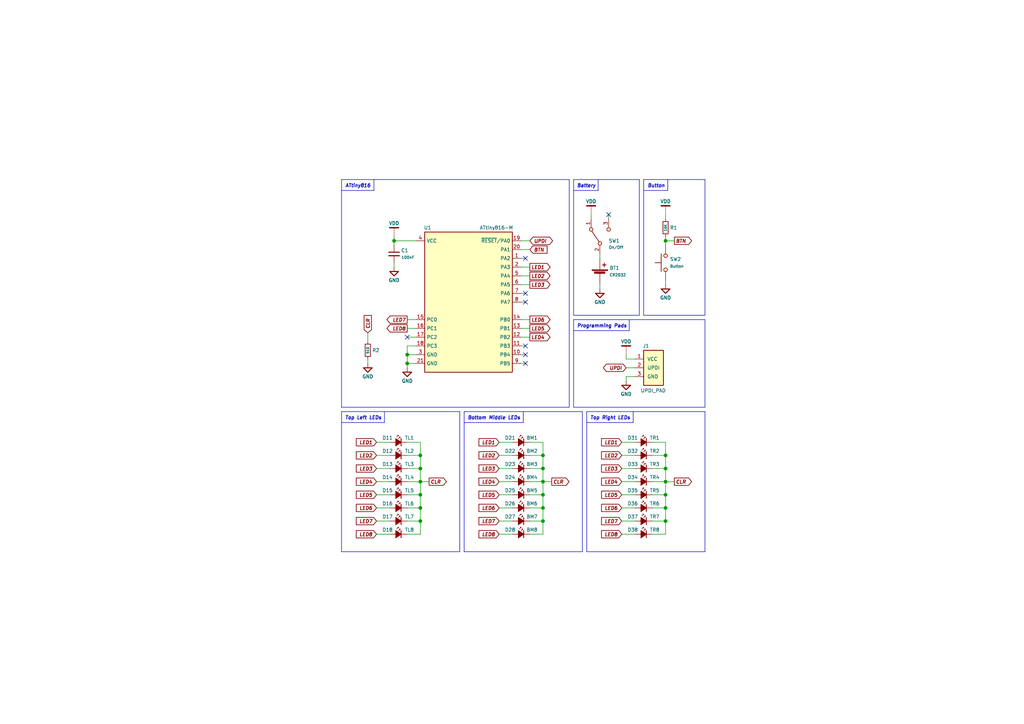
<source format=kicad_sch>
(kicad_sch (version 20210621) (generator eeschema)
  (paper "A4")
  (title_block (title "Flux Condenser") (date "2021-06-24") (rev "3A") (company "Curious Minds Development | Hojadurdy Durdygylyjov") (comment 1 "Mini version of Flux Capacitor from Back to the Future") (comment 2 "CC Attribution-ShareAlike 4.0 International"))
  (lib_symbols
    (symbol "HDLib_Connector:UPDI_PAD" (pin_names (offset 1.016))
      (property "Reference" "J" (at -2.794 6.35 0))
      (property "Value" "UPDI_PAD" (at 0.254 -6.604 0))
      (symbol "UPDI_PAD_0_1"
        (rectangle (start -2.54 5.08) (end 3.175 -5.08) (stroke (width 0.254)) (fill (type background)))
      )
      (symbol "UPDI_PAD_1_1"
        (pin power_in line (at -5.08 2.54 0) (length 2.54) (name "VCC") (number "1"))
        (pin bidirectional line (at -5.08 0 0) (length 2.54) (name "UPDI") (number "2"))
        (pin power_in line (at -5.08 -2.54 0) (length 2.54) (name "GND") (number "3"))
      )
    )
    (symbol "HDLib_Device:Battery_Cell" (pin_numbers hide) (pin_names (offset 0) hide)
      (property "Reference" "BT" (at 2.794 2.286 0))
      (property "Value" "Battery_Cell" (at 2.794 0.254 0))
      (symbol "Battery_Cell_0_1"
        (rectangle (start -2.286 1.778) (end 2.286 1.524) (fill (type outline)))
        (rectangle (start -1.5748 1.1938) (end 1.4732 0.6858) (fill (type outline)))
        (polyline (pts (xy 0 0.762) (xy 0 0)))
        (polyline (pts (xy 0 1.778) (xy 0 2.54)))
        (polyline (pts (xy 0.762 3.175) (xy 1.778 3.175)) (stroke (width 0.254)))
        (polyline (pts (xy 1.27 3.683) (xy 1.27 2.667)) (stroke (width 0.254)))
      )
      (symbol "Battery_Cell_1_1"
        (pin passive line (at 0 5.08 270) (length 2.54) (name "+") (number "1"))
        (pin passive line (at 0 -2.54 90) (length 2.54) (name "-") (number "2"))
      )
    )
    (symbol "HDLib_LED:LED_Small" (pin_numbers hide) (pin_names (offset 0.254) hide)
      (property "Reference" "D" (at 0 3.81 0))
      (property "Value" "LED_Small" (at 0 -2.54 0))
      (symbol "LED_Small_0_1"
        (polyline (pts (xy -0.762 -1.016) (xy -0.762 1.016)) (stroke (width 0.254)))
        (polyline (pts (xy 1.016 0) (xy -0.762 0)))
        (polyline (pts (xy 0 1.016) (xy -0.508 1.524) (xy -0.254 1.524) (xy -0.508 1.524) (xy -0.508 1.27)))
        (polyline (pts (xy 0.508 1.524) (xy 0 2.032) (xy 0.254 2.032) (xy 0 2.032) (xy 0 1.778)))
        (polyline (pts (xy 0.762 -1.016) (xy -0.762 0) (xy 0.762 1.016) (xy 0.762 -1.016)) (stroke (width 0.254)) (fill (type outline)))
      )
      (symbol "LED_Small_1_1"
        (pin passive line (at -2.54 0 0) (length 1.778) (name "K") (number "1"))
        (pin passive line (at 2.54 0 180) (length 1.778) (name "A") (number "2"))
      )
    )
    (symbol "HDLib_Microcontroller:ATtiny816-M"
      (property "Reference" "U" (at -12.954 21.59 0))
      (property "Value" "ATtiny816-M" (at 12.954 21.59 0))
      (symbol "ATtiny816-M_0_1"
        (rectangle (start -12.7 -20.32) (end 12.7 20.32) (stroke (width 0.254)) (fill (type background)))
      )
      (symbol "ATtiny816-M_1_1"
        (pin bidirectional line (at 15.24 12.7 180) (length 2.54) (name "PA2") (number "1"))
        (pin bidirectional line (at 15.24 -15.24 180) (length 2.54) (name "PB4") (number "10"))
        (pin bidirectional line (at 15.24 -12.7 180) (length 2.54) (name "PB3") (number "11"))
        (pin bidirectional line (at 15.24 -10.16 180) (length 2.54) (name "PB2") (number "12"))
        (pin bidirectional line (at 15.24 -7.62 180) (length 2.54) (name "PB1") (number "13"))
        (pin bidirectional line (at 15.24 -5.08 180) (length 2.54) (name "PB0") (number "14"))
        (pin bidirectional line (at -15.24 -5.08 0) (length 2.54) (name "PC0") (number "15"))
        (pin bidirectional line (at -15.24 -7.62 0) (length 2.54) (name "PC1") (number "16"))
        (pin bidirectional line (at -15.24 -10.16 0) (length 2.54) (name "PC2") (number "17"))
        (pin bidirectional line (at -15.24 -12.7 0) (length 2.54) (name "PC3") (number "18"))
        (pin bidirectional line (at 15.24 17.78 180) (length 2.54) (name "~{RESET}/PA0") (number "19"))
        (pin bidirectional line (at 15.24 10.16 180) (length 2.54) (name "PA3") (number "2"))
        (pin bidirectional line (at 15.24 15.24 180) (length 2.54) (name "PA1") (number "20"))
        (pin power_in line (at -15.24 -17.78 0) (length 2.54) (name "GND") (number "21"))
        (pin power_in line (at -15.24 -15.24 0) (length 2.54) (name "GND") (number "3"))
        (pin power_in line (at -15.24 17.78 0) (length 2.54) (name "VCC") (number "4"))
        (pin bidirectional line (at 15.24 7.62 180) (length 2.54) (name "PA4") (number "5"))
        (pin bidirectional line (at 15.24 5.08 180) (length 2.54) (name "PA5") (number "6"))
        (pin bidirectional line (at 15.24 2.54 180) (length 2.54) (name "PA6") (number "7"))
        (pin bidirectional line (at 15.24 0 180) (length 2.54) (name "PA7") (number "8"))
        (pin bidirectional line (at 15.24 -17.78 180) (length 2.54) (name "PB5") (number "9"))
      )
    )
    (symbol "HDLib_Passives:C_Small" (pin_numbers hide) (pin_names (offset 0.254) hide)
      (property "Reference" "C" (at 2.032 1.016 0))
      (property "Value" "C_Small" (at 2.0828 -1.016 0))
      (symbol "C_Small_0_1"
        (polyline (pts (xy -1.524 -0.508) (xy 1.524 -0.508)) (stroke (width 0.3302)))
        (polyline (pts (xy -1.524 0.508) (xy 1.524 0.508)) (stroke (width 0.3048)))
      )
      (symbol "C_Small_1_1"
        (pin passive line (at 0 2.54 270) (length 2.032) (name "~") (number "1"))
        (pin passive line (at 0 -2.54 90) (length 2.032) (name "~") (number "2"))
      )
    )
    (symbol "HDLib_Passives:R_Small" (pin_numbers hide) (pin_names (offset 0.254) hide)
      (property "Reference" "R" (at 1.27 0 0))
      (property "Value" "R_Small" (at 0 0 90))
      (symbol "R_Small_0_1"
        (rectangle (start -0.762 1.778) (end 0.762 -1.778) (stroke (width 0.2032)))
      )
      (symbol "R_Small_1_1"
        (pin passive line (at 0 2.54 270) (length 0.762) (name "~") (number "1"))
        (pin passive line (at 0 -2.54 90) (length 0.762) (name "~") (number "2"))
      )
    )
    (symbol "HDLib_PowerSymbol:GND" (power) (pin_names (offset 0))
      (property "Value" "GND" (at 0 -3.81 0))
      (symbol "GND_0_1"
        (polyline (pts (xy 0 -1.27) (xy 0 0)))
        (polyline (pts (xy 0 -1.27) (xy 0 -1.27) (xy 1.27 -1.27) (xy 0 -2.54) (xy -1.27 -1.27) (xy 0 -1.27)) (stroke (width 0.3)))
      )
      (symbol "GND_1_1"
        (pin power_in line (at 0 0 270) (length 0) hide (name "GND") (number "1"))
      )
    )
    (symbol "HDLib_PowerSymbol:VDD" (power) (pin_names (offset 0))
      (property "Value" "VDD" (at 0 3.81 0))
      (symbol "VDD_0_1"
        (polyline (pts (xy -1.27 2.54) (xy 0 2.54)) (stroke (width 0.4)))
        (polyline (pts (xy 0 0) (xy 0 2.54)) (stroke (width 0.1)))
        (polyline (pts (xy 0 2.54) (xy 1.27 2.54)) (stroke (width 0.4)))
      )
      (symbol "VDD_1_1"
        (pin power_in line (at 0 0 90) (length 0) hide (name "VDD") (number "1"))
      )
    )
    (symbol "HDLib_Switch:SW_Push" (pin_numbers hide) (pin_names (offset 1.016) hide)
      (property "Reference" "SW" (at 1.27 1.016 0))
      (property "Value" "SW_Push" (at 1.27 -1.016 0))
      (symbol "SW_Push_0_1"
        (circle (center 0 -2.032) (radius 0.508) (stroke (width 0.2)) (fill (type background)))
        (circle (center 0 2.032) (radius 0.508) (stroke (width 0.2)) (fill (type background)))
        (polyline (pts (xy -1.27 0) (xy -3.048 0)) (stroke (width 0.2)))
        (polyline (pts (xy -1.27 2.54) (xy -1.27 -2.54)) (stroke (width 0.2)))
        (pin passive line (at 0 -5.08 90) (length 2.54) (name "1") (number "1"))
        (pin passive line (at 0 5.08 270) (length 2.54) (name "2") (number "2"))
      )
    )
    (symbol "HDLib_Switch:SlideSwitch" (pin_names (offset 0) hide)
      (property "Reference" "SW" (at 2.54 -2.54 0))
      (property "Value" "SlideSwitch" (at 2.54 -5.08 0))
      (symbol "SlideSwitch_0_0"
        (circle (center 0 -3.302) (radius 0.508) (stroke (width 0.2)) (fill (type background)))
        (circle (center 2.54 0.762) (radius 0.508) (stroke (width 0.2)) (fill (type background)))
      )
      (symbol "SlideSwitch_0_1"
        (circle (center -2.54 0.762) (radius 0.508) (stroke (width 0.2)) (fill (type background)))
        (polyline (pts (xy -0.254 -2.794) (xy -2.2352 0.127)) (stroke (width 0.2)))
      )
      (symbol "SlideSwitch_1_1"
        (pin passive line (at -2.54 3.81 270) (length 2.54) (name "A") (number "1"))
        (pin passive line (at 0 -6.35 90) (length 2.54) (name "B") (number "2"))
        (pin passive line (at 2.54 3.81 270) (length 2.54) (name "C") (number "3"))
      )
    )
  )
  (junction (at 114.3 69.85) (diameter 0.9144))
  (junction (at 118.11 102.87) (diameter 0.9144))
  (junction (at 118.11 105.41) (diameter 0.9144))
  (junction (at 121.92 132.08) (diameter 0.9144))
  (junction (at 121.92 135.89) (diameter 0.9144))
  (junction (at 121.92 139.7) (diameter 0.9144))
  (junction (at 121.92 143.51) (diameter 0.9144))
  (junction (at 121.92 147.32) (diameter 0.9144))
  (junction (at 121.92 151.13) (diameter 0.9144))
  (junction (at 157.48 132.08) (diameter 0.9144))
  (junction (at 157.48 135.89) (diameter 0.9144))
  (junction (at 157.48 139.7) (diameter 0.9144))
  (junction (at 157.48 143.51) (diameter 0.9144))
  (junction (at 157.48 147.32) (diameter 0.9144))
  (junction (at 157.48 151.13) (diameter 0.9144))
  (junction (at 193.04 69.85) (diameter 0.9144))
  (junction (at 193.04 132.08) (diameter 0.9144))
  (junction (at 193.04 135.89) (diameter 0.9144))
  (junction (at 193.04 139.7) (diameter 0.9144))
  (junction (at 193.04 143.51) (diameter 0.9144))
  (junction (at 193.04 147.32) (diameter 0.9144))
  (junction (at 193.04 151.13) (diameter 0.9144))
  (no_connect (at 118.11 97.79))
  (no_connect (at 152.4 74.93))
  (no_connect (at 152.4 85.09))
  (no_connect (at 152.4 87.63))
  (no_connect (at 152.4 100.33))
  (no_connect (at 152.4 102.87))
  (no_connect (at 152.4 105.41))
  (no_connect (at 176.53 62.23))
  (wire (pts (xy 106.68 96.52) (xy 106.68 99.06)))
  (wire (pts (xy 106.68 104.14) (xy 106.68 105.41)))
  (wire (pts (xy 109.22 128.27) (xy 113.03 128.27)))
  (wire (pts (xy 109.22 132.08) (xy 113.03 132.08)))
  (wire (pts (xy 109.22 135.89) (xy 113.03 135.89)))
  (wire (pts (xy 109.22 139.7) (xy 113.03 139.7)))
  (wire (pts (xy 109.22 143.51) (xy 113.03 143.51)))
  (wire (pts (xy 109.22 147.32) (xy 113.03 147.32)))
  (wire (pts (xy 109.22 151.13) (xy 113.03 151.13)))
  (wire (pts (xy 109.22 154.94) (xy 113.03 154.94)))
  (wire (pts (xy 114.3 68.58) (xy 114.3 69.85)))
  (wire (pts (xy 114.3 69.85) (xy 114.3 71.12)))
  (wire (pts (xy 114.3 76.2) (xy 114.3 77.47)))
  (wire (pts (xy 118.11 92.71) (xy 120.65 92.71)))
  (wire (pts (xy 118.11 95.25) (xy 120.65 95.25)))
  (wire (pts (xy 118.11 97.79) (xy 120.65 97.79)))
  (wire (pts (xy 118.11 100.33) (xy 118.11 102.87)))
  (wire (pts (xy 118.11 102.87) (xy 118.11 105.41)))
  (wire (pts (xy 118.11 102.87) (xy 120.65 102.87)))
  (wire (pts (xy 118.11 105.41) (xy 118.11 106.68)))
  (wire (pts (xy 118.11 105.41) (xy 120.65 105.41)))
  (wire (pts (xy 118.11 128.27) (xy 121.92 128.27)))
  (wire (pts (xy 120.65 69.85) (xy 114.3 69.85)))
  (wire (pts (xy 120.65 100.33) (xy 118.11 100.33)))
  (wire (pts (xy 121.92 128.27) (xy 121.92 132.08)))
  (wire (pts (xy 121.92 132.08) (xy 118.11 132.08)))
  (wire (pts (xy 121.92 132.08) (xy 121.92 135.89)))
  (wire (pts (xy 121.92 135.89) (xy 118.11 135.89)))
  (wire (pts (xy 121.92 135.89) (xy 121.92 139.7)))
  (wire (pts (xy 121.92 139.7) (xy 118.11 139.7)))
  (wire (pts (xy 121.92 139.7) (xy 121.92 143.51)))
  (wire (pts (xy 121.92 139.7) (xy 124.46 139.7)))
  (wire (pts (xy 121.92 143.51) (xy 118.11 143.51)))
  (wire (pts (xy 121.92 143.51) (xy 121.92 147.32)))
  (wire (pts (xy 121.92 147.32) (xy 118.11 147.32)))
  (wire (pts (xy 121.92 147.32) (xy 121.92 151.13)))
  (wire (pts (xy 121.92 151.13) (xy 118.11 151.13)))
  (wire (pts (xy 121.92 151.13) (xy 121.92 154.94)))
  (wire (pts (xy 121.92 154.94) (xy 118.11 154.94)))
  (wire (pts (xy 144.78 128.27) (xy 148.59 128.27)))
  (wire (pts (xy 144.78 132.08) (xy 148.59 132.08)))
  (wire (pts (xy 144.78 135.89) (xy 148.59 135.89)))
  (wire (pts (xy 144.78 139.7) (xy 148.59 139.7)))
  (wire (pts (xy 144.78 143.51) (xy 148.59 143.51)))
  (wire (pts (xy 144.78 147.32) (xy 148.59 147.32)))
  (wire (pts (xy 144.78 151.13) (xy 148.59 151.13)))
  (wire (pts (xy 144.78 154.94) (xy 148.59 154.94)))
  (wire (pts (xy 151.13 69.85) (xy 153.67 69.85)))
  (wire (pts (xy 151.13 72.39) (xy 153.67 72.39)))
  (wire (pts (xy 151.13 74.93) (xy 152.4 74.93)))
  (wire (pts (xy 151.13 77.47) (xy 153.67 77.47)))
  (wire (pts (xy 151.13 80.01) (xy 153.67 80.01)))
  (wire (pts (xy 151.13 82.55) (xy 153.67 82.55)))
  (wire (pts (xy 151.13 85.09) (xy 152.4 85.09)))
  (wire (pts (xy 151.13 87.63) (xy 152.4 87.63)))
  (wire (pts (xy 151.13 92.71) (xy 153.67 92.71)))
  (wire (pts (xy 151.13 95.25) (xy 153.67 95.25)))
  (wire (pts (xy 151.13 97.79) (xy 153.67 97.79)))
  (wire (pts (xy 151.13 100.33) (xy 152.4 100.33)))
  (wire (pts (xy 151.13 102.87) (xy 152.4 102.87)))
  (wire (pts (xy 151.13 105.41) (xy 152.4 105.41)))
  (wire (pts (xy 153.67 128.27) (xy 157.48 128.27)))
  (wire (pts (xy 157.48 128.27) (xy 157.48 132.08)))
  (wire (pts (xy 157.48 132.08) (xy 153.67 132.08)))
  (wire (pts (xy 157.48 132.08) (xy 157.48 135.89)))
  (wire (pts (xy 157.48 135.89) (xy 153.67 135.89)))
  (wire (pts (xy 157.48 135.89) (xy 157.48 139.7)))
  (wire (pts (xy 157.48 139.7) (xy 153.67 139.7)))
  (wire (pts (xy 157.48 139.7) (xy 157.48 143.51)))
  (wire (pts (xy 157.48 139.7) (xy 160.02 139.7)))
  (wire (pts (xy 157.48 143.51) (xy 153.67 143.51)))
  (wire (pts (xy 157.48 143.51) (xy 157.48 147.32)))
  (wire (pts (xy 157.48 147.32) (xy 153.67 147.32)))
  (wire (pts (xy 157.48 147.32) (xy 157.48 151.13)))
  (wire (pts (xy 157.48 151.13) (xy 153.67 151.13)))
  (wire (pts (xy 157.48 151.13) (xy 157.48 154.94)))
  (wire (pts (xy 157.48 154.94) (xy 153.67 154.94)))
  (wire (pts (xy 171.45 62.23) (xy 171.45 63.5)))
  (wire (pts (xy 173.99 73.66) (xy 173.99 74.93)))
  (wire (pts (xy 173.99 82.55) (xy 173.99 83.82)))
  (wire (pts (xy 176.53 62.23) (xy 176.53 63.5)))
  (wire (pts (xy 180.34 128.27) (xy 184.15 128.27)))
  (wire (pts (xy 180.34 132.08) (xy 184.15 132.08)))
  (wire (pts (xy 180.34 135.89) (xy 184.15 135.89)))
  (wire (pts (xy 180.34 139.7) (xy 184.15 139.7)))
  (wire (pts (xy 180.34 143.51) (xy 184.15 143.51)))
  (wire (pts (xy 180.34 147.32) (xy 184.15 147.32)))
  (wire (pts (xy 180.34 151.13) (xy 184.15 151.13)))
  (wire (pts (xy 180.34 154.94) (xy 184.15 154.94)))
  (wire (pts (xy 181.61 102.87) (xy 181.61 104.14)))
  (wire (pts (xy 181.61 104.14) (xy 184.15 104.14)))
  (wire (pts (xy 181.61 106.68) (xy 184.15 106.68)))
  (wire (pts (xy 181.61 109.22) (xy 184.15 109.22)))
  (wire (pts (xy 181.61 110.49) (xy 181.61 109.22)))
  (wire (pts (xy 189.23 128.27) (xy 193.04 128.27)))
  (wire (pts (xy 193.04 62.23) (xy 193.04 63.5)))
  (wire (pts (xy 193.04 68.58) (xy 193.04 69.85)))
  (wire (pts (xy 193.04 69.85) (xy 193.04 71.12)))
  (wire (pts (xy 193.04 69.85) (xy 195.58 69.85)))
  (wire (pts (xy 193.04 81.28) (xy 193.04 82.55)))
  (wire (pts (xy 193.04 128.27) (xy 193.04 132.08)))
  (wire (pts (xy 193.04 132.08) (xy 189.23 132.08)))
  (wire (pts (xy 193.04 132.08) (xy 193.04 135.89)))
  (wire (pts (xy 193.04 135.89) (xy 189.23 135.89)))
  (wire (pts (xy 193.04 135.89) (xy 193.04 139.7)))
  (wire (pts (xy 193.04 139.7) (xy 189.23 139.7)))
  (wire (pts (xy 193.04 139.7) (xy 193.04 143.51)))
  (wire (pts (xy 193.04 139.7) (xy 195.58 139.7)))
  (wire (pts (xy 193.04 143.51) (xy 189.23 143.51)))
  (wire (pts (xy 193.04 143.51) (xy 193.04 147.32)))
  (wire (pts (xy 193.04 147.32) (xy 189.23 147.32)))
  (wire (pts (xy 193.04 147.32) (xy 193.04 151.13)))
  (wire (pts (xy 193.04 151.13) (xy 189.23 151.13)))
  (wire (pts (xy 193.04 151.13) (xy 193.04 154.94)))
  (wire (pts (xy 193.04 154.94) (xy 189.23 154.94)))
  (polyline (pts (xy 99.06 52.07) (xy 99.06 118.11)) (stroke (width 0.152) (type solid)))
  (polyline (pts (xy 99.06 52.07) (xy 165.1 52.07)) (stroke (width 0.152) (type solid)))
  (polyline (pts (xy 99.06 55.245) (xy 108.458 55.245)) (stroke (width 0.152) (type solid)))
  (polyline (pts (xy 99.06 118.11) (xy 165.1 118.11)) (stroke (width 0.152) (type solid)))
  (polyline (pts (xy 99.06 119.38) (xy 99.06 160.02)) (stroke (width 0.152) (type solid)))
  (polyline (pts (xy 99.06 119.38) (xy 133.35 119.38)) (stroke (width 0.152) (type solid)))
  (polyline (pts (xy 99.06 122.555) (xy 111.506 122.555)) (stroke (width 0.152) (type solid)))
  (polyline (pts (xy 99.06 160.02) (xy 133.35 160.02)) (stroke (width 0.152) (type solid)))
  (polyline (pts (xy 108.458 55.245) (xy 108.458 52.07)) (stroke (width 0.152) (type solid)))
  (polyline (pts (xy 111.506 122.555) (xy 111.506 119.38)) (stroke (width 0.152) (type solid)))
  (polyline (pts (xy 133.35 119.38) (xy 133.35 160.02)) (stroke (width 0.152) (type solid)))
  (polyline (pts (xy 134.62 119.38) (xy 134.62 160.02)) (stroke (width 0.152) (type solid)))
  (polyline (pts (xy 134.62 119.38) (xy 168.91 119.38)) (stroke (width 0.152) (type solid)))
  (polyline (pts (xy 134.62 122.555) (xy 151.765 122.555)) (stroke (width 0.152) (type solid)))
  (polyline (pts (xy 134.62 160.02) (xy 168.91 160.02)) (stroke (width 0.152) (type solid)))
  (polyline (pts (xy 151.765 122.555) (xy 151.765 119.38)) (stroke (width 0.152) (type solid)))
  (polyline (pts (xy 165.1 52.07) (xy 165.1 118.11)) (stroke (width 0.152) (type solid)))
  (polyline (pts (xy 166.37 52.07) (xy 166.37 91.44)) (stroke (width 0.152) (type solid)))
  (polyline (pts (xy 166.37 52.07) (xy 185.42 52.07)) (stroke (width 0.152) (type solid)))
  (polyline (pts (xy 166.37 55.245) (xy 173.482 55.245)) (stroke (width 0.152) (type solid)))
  (polyline (pts (xy 166.37 91.44) (xy 185.42 91.44)) (stroke (width 0.152) (type solid)))
  (polyline (pts (xy 166.37 92.71) (xy 166.37 118.11)) (stroke (width 0.152) (type solid)))
  (polyline (pts (xy 166.37 92.71) (xy 204.47 92.71)) (stroke (width 0.152) (type solid)))
  (polyline (pts (xy 166.37 95.885) (xy 182.499 95.885)) (stroke (width 0.152) (type solid)))
  (polyline (pts (xy 166.37 118.11) (xy 204.47 118.11)) (stroke (width 0.152) (type solid)))
  (polyline (pts (xy 168.91 119.38) (xy 168.91 160.02)) (stroke (width 0.152) (type solid)))
  (polyline (pts (xy 170.18 119.38) (xy 170.18 160.02)) (stroke (width 0.152) (type solid)))
  (polyline (pts (xy 170.18 119.38) (xy 204.47 119.38)) (stroke (width 0.152) (type solid)))
  (polyline (pts (xy 170.18 122.555) (xy 183.642 122.555)) (stroke (width 0.152) (type solid)))
  (polyline (pts (xy 170.18 160.02) (xy 204.47 160.02)) (stroke (width 0.152) (type solid)))
  (polyline (pts (xy 173.482 55.245) (xy 173.482 52.07)) (stroke (width 0.152) (type solid)))
  (polyline (pts (xy 182.499 95.885) (xy 182.499 92.71)) (stroke (width 0.152) (type solid)))
  (polyline (pts (xy 183.642 122.555) (xy 183.642 119.38)) (stroke (width 0.152) (type solid)))
  (polyline (pts (xy 185.42 52.07) (xy 185.42 91.44)) (stroke (width 0.152) (type solid)))
  (polyline (pts (xy 186.69 52.07) (xy 186.69 91.44)) (stroke (width 0.152) (type solid)))
  (polyline (pts (xy 186.69 52.07) (xy 204.47 52.07)) (stroke (width 0.152) (type solid)))
  (polyline (pts (xy 186.69 55.245) (xy 193.675 55.245)) (stroke (width 0.152) (type solid)))
  (polyline (pts (xy 186.69 91.44) (xy 204.47 91.44)) (stroke (width 0.152) (type solid)))
  (polyline (pts (xy 193.675 55.245) (xy 193.675 52.07)) (stroke (width 0.152) (type solid)))
  (polyline (pts (xy 204.47 52.07) (xy 204.47 91.44)) (stroke (width 0.152) (type solid)))
  (polyline (pts (xy 204.47 92.71) (xy 204.47 118.11)) (stroke (width 0.152) (type solid)))
  (polyline (pts (xy 204.47 119.38) (xy 204.47 160.02)) (stroke (width 0.152) (type solid)))
  (text "ATtiny816" (at 107.569 54.61 180) (effects (font (size 1 1) (thickness 0.2) bold italic) (justify right bottom)))
  (text "Top Left LEDs" (at 110.744 121.92 180) (effects (font (size 1 1) (thickness 0.2) bold italic) (justify right bottom)))
  (text "Bottom Middle LEDs" (at 151.003 121.92 180) (effects (font (size 1 1) (thickness 0.2) bold italic) (justify right bottom)))
  (text "Battery" (at 172.847 54.61 180) (effects (font (size 1 1) (thickness 0.2) bold italic) (justify right bottom)))
  (text "Programming Pads" (at 181.864 95.25 180) (effects (font (size 1 1) (thickness 0.2) bold italic) (justify right bottom)))
  (text "Top Right LEDs" (at 182.88 121.92 180) (effects (font (size 1 1) (thickness 0.2) bold italic) (justify right bottom)))
  (text "Button" (at 192.913 54.61 180) (effects (font (size 1 1) (thickness 0.2) bold italic) (justify right bottom)))
  (global_label "CLR" (shape input) (at 106.68 96.52 90) (effects (font (size 1 1) (thickness 0.2) bold italic)) (property "Intersheet References" "${INTERSHEET_REFS}" (effects hide)))
  (global_label "LED1" (shape input) (at 109.22 128.27 180) (effects (font (size 1 1) (thickness 0.2) bold italic)) (property "Intersheet References" "${INTERSHEET_REFS}" (effects hide)))
  (global_label "LED2" (shape input) (at 109.22 132.08 180) (effects (font (size 1 1) (thickness 0.2) bold italic)) (property "Intersheet References" "${INTERSHEET_REFS}" (effects hide)))
  (global_label "LED3" (shape input) (at 109.22 135.89 180) (effects (font (size 1 1) (thickness 0.2) bold italic)) (property "Intersheet References" "${INTERSHEET_REFS}" (effects hide)))
  (global_label "LED4" (shape input) (at 109.22 139.7 180) (effects (font (size 1 1) (thickness 0.2) bold italic)) (property "Intersheet References" "${INTERSHEET_REFS}" (effects hide)))
  (global_label "LED5" (shape input) (at 109.22 143.51 180) (effects (font (size 1 1) (thickness 0.2) bold italic)) (property "Intersheet References" "${INTERSHEET_REFS}" (effects hide)))
  (global_label "LED6" (shape input) (at 109.22 147.32 180) (effects (font (size 1 1) (thickness 0.2) bold italic)) (property "Intersheet References" "${INTERSHEET_REFS}" (effects hide)))
  (global_label "LED7" (shape input) (at 109.22 151.13 180) (effects (font (size 1 1) (thickness 0.2) bold italic)) (property "Intersheet References" "${INTERSHEET_REFS}" (effects hide)))
  (global_label "LED8" (shape input) (at 109.22 154.94 180) (effects (font (size 1 1) (thickness 0.2) bold italic)) (property "Intersheet References" "${INTERSHEET_REFS}" (effects hide)))
  (global_label "LED7" (shape output) (at 118.11 92.71 180) (effects (font (size 1 1) (thickness 0.2) bold italic)) (property "Intersheet References" "${INTERSHEET_REFS}" (effects hide)))
  (global_label "LED8" (shape output) (at 118.11 95.25 180) (effects (font (size 1 1) (thickness 0.2) bold italic)) (property "Intersheet References" "${INTERSHEET_REFS}" (effects hide)))
  (global_label "CLR" (shape output) (at 124.46 139.7 0) (effects (font (size 1 1) (thickness 0.2) bold italic)) (property "Intersheet References" "${INTERSHEET_REFS}" (effects hide)))
  (global_label "LED1" (shape input) (at 144.78 128.27 180) (effects (font (size 1 1) (thickness 0.2) bold italic)) (property "Intersheet References" "${INTERSHEET_REFS}" (effects hide)))
  (global_label "LED2" (shape input) (at 144.78 132.08 180) (effects (font (size 1 1) (thickness 0.2) bold italic)) (property "Intersheet References" "${INTERSHEET_REFS}" (effects hide)))
  (global_label "LED3" (shape input) (at 144.78 135.89 180) (effects (font (size 1 1) (thickness 0.2) bold italic)) (property "Intersheet References" "${INTERSHEET_REFS}" (effects hide)))
  (global_label "LED4" (shape input) (at 144.78 139.7 180) (effects (font (size 1 1) (thickness 0.2) bold italic)) (property "Intersheet References" "${INTERSHEET_REFS}" (effects hide)))
  (global_label "LED5" (shape input) (at 144.78 143.51 180) (effects (font (size 1 1) (thickness 0.2) bold italic)) (property "Intersheet References" "${INTERSHEET_REFS}" (effects hide)))
  (global_label "LED6" (shape input) (at 144.78 147.32 180) (effects (font (size 1 1) (thickness 0.2) bold italic)) (property "Intersheet References" "${INTERSHEET_REFS}" (effects hide)))
  (global_label "LED7" (shape input) (at 144.78 151.13 180) (effects (font (size 1 1) (thickness 0.2) bold italic)) (property "Intersheet References" "${INTERSHEET_REFS}" (effects hide)))
  (global_label "LED8" (shape input) (at 144.78 154.94 180) (effects (font (size 1 1) (thickness 0.2) bold italic)) (property "Intersheet References" "${INTERSHEET_REFS}" (effects hide)))
  (global_label "UPDI" (shape bidirectional) (at 153.67 69.85 0) (effects (font (size 1 1) (thickness 0.2) bold italic)) (property "Intersheet References" "${INTERSHEET_REFS}" (effects hide)))
  (global_label "BTN" (shape input) (at 153.67 72.39 0) (effects (font (size 1 1) (thickness 0.2) bold italic)) (property "Intersheet References" "${INTERSHEET_REFS}" (effects hide)))
  (global_label "LED1" (shape output) (at 153.67 77.47 0) (effects (font (size 1 1) (thickness 0.2) bold italic)) (property "Intersheet References" "${INTERSHEET_REFS}" (effects hide)))
  (global_label "LED2" (shape output) (at 153.67 80.01 0) (effects (font (size 1 1) (thickness 0.2) bold italic)) (property "Intersheet References" "${INTERSHEET_REFS}" (effects hide)))
  (global_label "LED3" (shape output) (at 153.67 82.55 0) (effects (font (size 1 1) (thickness 0.2) bold italic)) (property "Intersheet References" "${INTERSHEET_REFS}" (effects hide)))
  (global_label "LED6" (shape output) (at 153.67 92.71 0) (effects (font (size 1 1) (thickness 0.2) bold italic)) (property "Intersheet References" "${INTERSHEET_REFS}" (effects hide)))
  (global_label "LED5" (shape output) (at 153.67 95.25 0) (effects (font (size 1 1) (thickness 0.2) bold italic)) (property "Intersheet References" "${INTERSHEET_REFS}" (effects hide)))
  (global_label "LED4" (shape output) (at 153.67 97.79 0) (effects (font (size 1 1) (thickness 0.2) bold italic)) (property "Intersheet References" "${INTERSHEET_REFS}" (effects hide)))
  (global_label "CLR" (shape output) (at 160.02 139.7 0) (effects (font (size 1 1) (thickness 0.2) bold italic)) (property "Intersheet References" "${INTERSHEET_REFS}" (effects hide)))
  (global_label "LED1" (shape input) (at 180.34 128.27 180) (effects (font (size 1 1) (thickness 0.2) bold italic)) (property "Intersheet References" "${INTERSHEET_REFS}" (effects hide)))
  (global_label "LED2" (shape input) (at 180.34 132.08 180) (effects (font (size 1 1) (thickness 0.2) bold italic)) (property "Intersheet References" "${INTERSHEET_REFS}" (effects hide)))
  (global_label "LED3" (shape input) (at 180.34 135.89 180) (effects (font (size 1 1) (thickness 0.2) bold italic)) (property "Intersheet References" "${INTERSHEET_REFS}" (effects hide)))
  (global_label "LED4" (shape input) (at 180.34 139.7 180) (effects (font (size 1 1) (thickness 0.2) bold italic)) (property "Intersheet References" "${INTERSHEET_REFS}" (effects hide)))
  (global_label "LED5" (shape input) (at 180.34 143.51 180) (effects (font (size 1 1) (thickness 0.2) bold italic)) (property "Intersheet References" "${INTERSHEET_REFS}" (effects hide)))
  (global_label "LED6" (shape input) (at 180.34 147.32 180) (effects (font (size 1 1) (thickness 0.2) bold italic)) (property "Intersheet References" "${INTERSHEET_REFS}" (effects hide)))
  (global_label "LED7" (shape input) (at 180.34 151.13 180) (effects (font (size 1 1) (thickness 0.2) bold italic)) (property "Intersheet References" "${INTERSHEET_REFS}" (effects hide)))
  (global_label "LED8" (shape input) (at 180.34 154.94 180) (effects (font (size 1 1) (thickness 0.2) bold italic)) (property "Intersheet References" "${INTERSHEET_REFS}" (effects hide)))
  (global_label "UPDI" (shape bidirectional) (at 181.61 106.68 180) (effects (font (size 1 1) (thickness 0.2) bold italic)) (property "Intersheet References" "${INTERSHEET_REFS}" (effects hide)))
  (global_label "BTN" (shape output) (at 195.58 69.85 0) (effects (font (size 1 1) (thickness 0.2) bold italic)) (property "Intersheet References" "${INTERSHEET_REFS}" (effects hide)))
  (global_label "CLR" (shape output) (at 195.58 139.7 0) (effects (font (size 1 1) (thickness 0.2) bold italic)) (property "Intersheet References" "${INTERSHEET_REFS}" (effects hide)))
  (symbol (lib_id "HDLib_PowerSymbol:GND") (at 106.68 105.41 0) (unit 1)
    (property "Reference" "#PWR0108" (effects hide))
    (property "Value" "GND" (at 106.68 109.22 0) (effects (font (size 1 1) bold)))
  )
  (symbol (lib_id "HDLib_PowerSymbol:GND") (at 114.3 77.47 0) (unit 1)
    (property "Reference" "#PWR0111" (effects hide))
    (property "Value" "GND" (at 114.3 81.28 0) (effects (font (size 1 1) bold)))
  )
  (symbol (lib_id "HDLib_PowerSymbol:GND") (at 118.11 106.68 0) (unit 1)
    (property "Reference" "#PWR0107" (effects hide))
    (property "Value" "GND" (at 118.11 110.49 0) (effects (font (size 1 1) bold)))
  )
  (symbol (lib_id "HDLib_PowerSymbol:GND") (at 173.99 83.82 0) (unit 1)
    (property "Reference" "#PWR0106" (effects hide))
    (property "Value" "GND" (at 173.99 87.63 0) (effects (font (size 1 1) bold)))
  )
  (symbol (lib_id "HDLib_PowerSymbol:GND") (at 181.61 110.49 0) (unit 1)
    (property "Reference" "#PWR0101" (effects hide))
    (property "Value" "GND" (at 181.61 114.3 0) (effects (font (size 1 1) bold)))
  )
  (symbol (lib_id "HDLib_PowerSymbol:GND") (at 193.04 82.55 0) (unit 1)
    (property "Reference" "#PWR0104" (effects hide))
    (property "Value" "GND" (at 193.04 86.36 0) (effects (font (size 1 1) bold)))
  )
  (symbol (lib_id "HDLib_PowerSymbol:VDD") (at 114.3 68.58 0) (unit 1)
    (property "Reference" "#PWR0109" (effects hide))
    (property "Value" "VDD" (at 114.3 64.77 0) (effects (font (size 1 1) bold)))
  )
  (symbol (lib_id "HDLib_PowerSymbol:VDD") (at 171.45 62.23 0) (unit 1)
    (property "Reference" "#PWR0105" (effects hide))
    (property "Value" "VDD" (at 171.45 58.42 0) (effects (font (size 1 1) bold)))
  )
  (symbol (lib_id "HDLib_PowerSymbol:VDD") (at 181.61 102.87 0) (unit 1)
    (property "Reference" "#PWR0102" (effects hide))
    (property "Value" "VDD" (at 181.61 99.06 0) (effects (font (size 1 1) bold)))
  )
  (symbol (lib_id "HDLib_PowerSymbol:VDD") (at 193.04 62.23 0) (unit 1)
    (property "Reference" "#PWR0103" (effects hide))
    (property "Value" "VDD" (at 193.04 58.42 0) (effects (font (size 1 1) bold)))
  )
  (symbol (lib_id "HDLib_Passives:R_Small") (at 106.68 101.6 0) (unit 1)
    (property "Reference" "R2" (at 107.95 101.6 0) (effects (font (size 1 1)) (justify left)))
    (property "Value" "510" (at 106.68 101.6 90) (effects (font (size 0.7 0.7))))
    (property "Footprint" "HDMod_Resistor_SMD:R_0402_1005Metric" (effects hide))
  )
  (symbol (lib_id "HDLib_Passives:R_Small") (at 193.04 66.04 0) (unit 1)
    (property "Reference" "R1" (at 194.31 66.04 0) (effects (font (size 1 1)) (justify left)))
    (property "Value" "10K" (at 193.04 66.04 90) (effects (font (size 0.7 0.7))))
    (property "Footprint" "HDMod_Resistor_SMD:R_0402_1005Metric" (effects hide))
  )
  (symbol (lib_id "HDLib_LED:LED_Small") (at 115.57 128.27 0) (mirror y) (unit 1)
    (property "Reference" "D11" (at 112.395 127 0) (effects (font (size 1 1))))
    (property "Value" "TL1" (at 118.745 127 0) (effects (font (size 1 1))))
    (property "Footprint" "HDMod_LED_SMD:LED_0402_1005Metric" (effects hide))
  )
  (symbol (lib_id "HDLib_LED:LED_Small") (at 115.57 132.08 0) (mirror y) (unit 1)
    (property "Reference" "D12" (at 112.395 130.81 0) (effects (font (size 1 1))))
    (property "Value" "TL2" (at 118.745 130.81 0) (effects (font (size 1 1))))
    (property "Footprint" "HDMod_LED_SMD:LED_0402_1005Metric" (effects hide))
  )
  (symbol (lib_id "HDLib_LED:LED_Small") (at 115.57 135.89 0) (mirror y) (unit 1)
    (property "Reference" "D13" (at 112.395 134.62 0) (effects (font (size 1 1))))
    (property "Value" "TL3" (at 118.745 134.62 0) (effects (font (size 1 1))))
    (property "Footprint" "HDMod_LED_SMD:LED_0402_1005Metric" (effects hide))
  )
  (symbol (lib_id "HDLib_LED:LED_Small") (at 115.57 139.7 0) (mirror y) (unit 1)
    (property "Reference" "D14" (at 112.395 138.43 0) (effects (font (size 1 1))))
    (property "Value" "TL4" (at 118.745 138.43 0) (effects (font (size 1 1))))
    (property "Footprint" "HDMod_LED_SMD:LED_0402_1005Metric" (effects hide))
  )
  (symbol (lib_id "HDLib_LED:LED_Small") (at 115.57 143.51 0) (mirror y) (unit 1)
    (property "Reference" "D15" (at 112.395 142.24 0) (effects (font (size 1 1))))
    (property "Value" "TL5" (at 118.745 142.24 0) (effects (font (size 1 1))))
    (property "Footprint" "HDMod_LED_SMD:LED_0402_1005Metric" (effects hide))
  )
  (symbol (lib_id "HDLib_LED:LED_Small") (at 115.57 147.32 0) (mirror y) (unit 1)
    (property "Reference" "D16" (at 112.395 146.05 0) (effects (font (size 1 1))))
    (property "Value" "TL6" (at 118.745 146.05 0) (effects (font (size 1 1))))
    (property "Footprint" "HDMod_LED_SMD:LED_0402_1005Metric" (effects hide))
  )
  (symbol (lib_id "HDLib_LED:LED_Small") (at 115.57 151.13 0) (mirror y) (unit 1)
    (property "Reference" "D17" (at 112.395 149.86 0) (effects (font (size 1 1))))
    (property "Value" "TL7" (at 118.745 149.86 0) (effects (font (size 1 1))))
    (property "Footprint" "HDMod_LED_SMD:LED_0402_1005Metric" (effects hide))
  )
  (symbol (lib_id "HDLib_LED:LED_Small") (at 115.57 154.94 0) (mirror y) (unit 1)
    (property "Reference" "D18" (at 112.395 153.67 0) (effects (font (size 1 1))))
    (property "Value" "TL8" (at 118.745 153.67 0) (effects (font (size 1 1))))
    (property "Footprint" "HDMod_LED_SMD:LED_0402_1005Metric" (effects hide))
  )
  (symbol (lib_id "HDLib_LED:LED_Small") (at 151.13 128.27 0) (mirror y) (unit 1)
    (property "Reference" "D21" (at 147.955 127 0) (effects (font (size 1 1))))
    (property "Value" "BM1" (at 154.305 127 0) (effects (font (size 1 1))))
    (property "Footprint" "HDMod_LED_SMD:LED_0402_1005Metric" (effects hide))
  )
  (symbol (lib_id "HDLib_LED:LED_Small") (at 151.13 132.08 0) (mirror y) (unit 1)
    (property "Reference" "D22" (at 147.955 130.81 0) (effects (font (size 1 1))))
    (property "Value" "BM2" (at 154.305 130.81 0) (effects (font (size 1 1))))
    (property "Footprint" "HDMod_LED_SMD:LED_0402_1005Metric" (effects hide))
  )
  (symbol (lib_id "HDLib_LED:LED_Small") (at 151.13 135.89 0) (mirror y) (unit 1)
    (property "Reference" "D23" (at 147.955 134.62 0) (effects (font (size 1 1))))
    (property "Value" "BM3" (at 154.305 134.62 0) (effects (font (size 1 1))))
    (property "Footprint" "HDMod_LED_SMD:LED_0402_1005Metric" (effects hide))
  )
  (symbol (lib_id "HDLib_LED:LED_Small") (at 151.13 139.7 0) (mirror y) (unit 1)
    (property "Reference" "D24" (at 147.955 138.43 0) (effects (font (size 1 1))))
    (property "Value" "BM4" (at 154.305 138.43 0) (effects (font (size 1 1))))
    (property "Footprint" "HDMod_LED_SMD:LED_0402_1005Metric" (effects hide))
  )
  (symbol (lib_id "HDLib_LED:LED_Small") (at 151.13 143.51 0) (mirror y) (unit 1)
    (property "Reference" "D25" (at 147.955 142.24 0) (effects (font (size 1 1))))
    (property "Value" "BM5" (at 154.305 142.24 0) (effects (font (size 1 1))))
    (property "Footprint" "HDMod_LED_SMD:LED_0402_1005Metric" (effects hide))
  )
  (symbol (lib_id "HDLib_LED:LED_Small") (at 151.13 147.32 0) (mirror y) (unit 1)
    (property "Reference" "D26" (at 147.955 146.05 0) (effects (font (size 1 1))))
    (property "Value" "BM6" (at 154.305 146.05 0) (effects (font (size 1 1))))
    (property "Footprint" "HDMod_LED_SMD:LED_0402_1005Metric" (effects hide))
  )
  (symbol (lib_id "HDLib_LED:LED_Small") (at 151.13 151.13 0) (mirror y) (unit 1)
    (property "Reference" "D27" (at 147.955 149.86 0) (effects (font (size 1 1))))
    (property "Value" "BM7" (at 154.305 149.86 0) (effects (font (size 1 1))))
    (property "Footprint" "HDMod_LED_SMD:LED_0402_1005Metric" (effects hide))
  )
  (symbol (lib_id "HDLib_LED:LED_Small") (at 151.13 154.94 0) (mirror y) (unit 1)
    (property "Reference" "D28" (at 147.955 153.67 0) (effects (font (size 1 1))))
    (property "Value" "BM8" (at 154.305 153.67 0) (effects (font (size 1 1))))
    (property "Footprint" "HDMod_LED_SMD:LED_0402_1005Metric" (effects hide))
  )
  (symbol (lib_id "HDLib_LED:LED_Small") (at 186.69 128.27 0) (mirror y) (unit 1)
    (property "Reference" "D31" (at 183.515 127 0) (effects (font (size 1 1))))
    (property "Value" "TR1" (at 189.865 127 0) (effects (font (size 1 1))))
    (property "Footprint" "HDMod_LED_SMD:LED_0402_1005Metric" (effects hide))
  )
  (symbol (lib_id "HDLib_LED:LED_Small") (at 186.69 132.08 0) (mirror y) (unit 1)
    (property "Reference" "D32" (at 183.515 130.81 0) (effects (font (size 1 1))))
    (property "Value" "TR2" (at 189.865 130.81 0) (effects (font (size 1 1))))
    (property "Footprint" "HDMod_LED_SMD:LED_0402_1005Metric" (effects hide))
  )
  (symbol (lib_id "HDLib_LED:LED_Small") (at 186.69 135.89 0) (mirror y) (unit 1)
    (property "Reference" "D33" (at 183.515 134.62 0) (effects (font (size 1 1))))
    (property "Value" "TR3" (at 189.865 134.62 0) (effects (font (size 1 1))))
    (property "Footprint" "HDMod_LED_SMD:LED_0402_1005Metric" (effects hide))
  )
  (symbol (lib_id "HDLib_LED:LED_Small") (at 186.69 139.7 0) (mirror y) (unit 1)
    (property "Reference" "D34" (at 183.515 138.43 0) (effects (font (size 1 1))))
    (property "Value" "TR4" (at 189.865 138.43 0) (effects (font (size 1 1))))
    (property "Footprint" "HDMod_LED_SMD:LED_0402_1005Metric" (effects hide))
  )
  (symbol (lib_id "HDLib_LED:LED_Small") (at 186.69 143.51 0) (mirror y) (unit 1)
    (property "Reference" "D35" (at 183.515 142.24 0) (effects (font (size 1 1))))
    (property "Value" "TR5" (at 189.865 142.24 0) (effects (font (size 1 1))))
    (property "Footprint" "HDMod_LED_SMD:LED_0402_1005Metric" (effects hide))
  )
  (symbol (lib_id "HDLib_LED:LED_Small") (at 186.69 147.32 0) (mirror y) (unit 1)
    (property "Reference" "D36" (at 183.515 146.05 0) (effects (font (size 1 1))))
    (property "Value" "TR6" (at 189.865 146.05 0) (effects (font (size 1 1))))
    (property "Footprint" "HDMod_LED_SMD:LED_0402_1005Metric" (effects hide))
  )
  (symbol (lib_id "HDLib_LED:LED_Small") (at 186.69 151.13 0) (mirror y) (unit 1)
    (property "Reference" "D37" (at 183.515 149.86 0) (effects (font (size 1 1))))
    (property "Value" "TR7" (at 189.865 149.86 0) (effects (font (size 1 1))))
    (property "Footprint" "HDMod_LED_SMD:LED_0402_1005Metric" (effects hide))
  )
  (symbol (lib_id "HDLib_LED:LED_Small") (at 186.69 154.94 0) (mirror y) (unit 1)
    (property "Reference" "D38" (at 183.515 153.67 0) (effects (font (size 1 1))))
    (property "Value" "TR8" (at 189.865 153.67 0) (effects (font (size 1 1))))
    (property "Footprint" "HDMod_LED_SMD:LED_0402_1005Metric" (effects hide))
  )
  (symbol (lib_id "HDLib_Passives:C_Small") (at 114.3 73.66 0) (unit 1)
    (property "Reference" "C1" (at 116.332 72.644 0) (effects (font (size 1 1)) (justify left)))
    (property "Value" "100nF" (at 116.3828 74.676 0) (effects (font (size 0.8 0.8)) (justify left)))
    (property "Footprint" "HDMod_Capacitor_SMD:C_0402_1005Metric" (effects hide))
  )
  (symbol (lib_id "HDLib_Device:Battery_Cell") (at 173.99 80.01 0) (unit 1)
    (property "Reference" "BT1" (at 176.784 77.724 0) (effects (font (size 1 1)) (justify left)))
    (property "Value" "CR2032" (at 176.784 79.756 0) (effects (font (size 0.8 0.8)) (justify left)))
    (property "Footprint" "HDMod_Battery_Holder_SMD:CR2032_Metal_Battery_Holder" (effects hide))
  )
  (symbol (lib_id "HDLib_Switch:SW_Push") (at 193.04 76.2 0) (unit 1)
    (property "Reference" "SW2" (at 194.31 75.184 0) (effects (font (size 1 1)) (justify left)))
    (property "Value" "Button" (at 194.31 77.216 0) (effects (font (size 0.8 0.8)) (justify left)))
    (property "Footprint" "HDMod_Switch_SMD:SW_Push_KH" (effects hide))
  )
  (symbol (lib_id "HDLib_Switch:SlideSwitch") (at 173.99 67.31 0) (unit 1)
    (property "Reference" "SW1" (at 176.53 69.85 0) (effects (font (size 1 1)) (justify left)))
    (property "Value" "On/Off" (at 176.53 71.755 0) (effects (font (size 0.8 0.8)) (justify left)))
    (property "Footprint" "HDMod_Switch_SMD:SSAJ120100" (effects hide))
  )
  (symbol (lib_id "HDLib_Connector:UPDI_PAD") (at 189.23 106.68 0) (unit 1) (in_bom no)
    (property "Reference" "J1" (at 186.436 100.33 0) (effects (font (size 1 1)) (justify left)))
    (property "Value" "UPDI_PAD" (at 189.484 113.284 0) (effects (font (size 1 1))))
    (property "Footprint" "HDMod_Testing_and_Programming_PAD:PogoPad_1x03_P1.27mm" (effects hide))
    (property "Datasheet" " ~" (effects hide))
  )
  (symbol (lib_id "HDLib_Microcontroller:ATtiny816-M") (at 135.89 87.63 0) (unit 1)
    (property "Reference" "U1" (at 122.936 66.04 0) (effects (font (size 1 1)) (justify left)))
    (property "Value" "ATtiny816-M" (at 148.844 66.04 0) (effects (font (size 1 1)) (justify right)))
    (property "Footprint" "HDMod_DFN_QFN:VQFN-20-1EP_3x3mm_P0.4mm_EP1.7x1.7mm" (effects hide))
    (property "Datasheet" "http://ww1.microchip.com/downloads/en/DeviceDoc/40001913A.pdf" (effects hide))
  )
)
</source>
